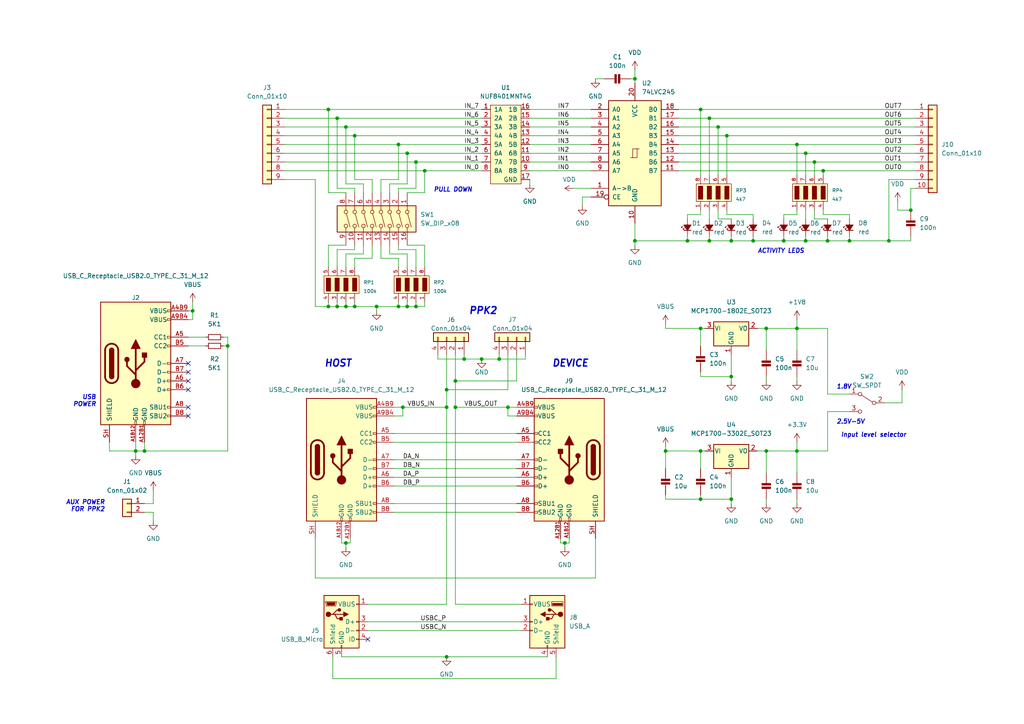
<source format=kicad_sch>
(kicad_sch (version 20211123) (generator eeschema)
  (paper "A4")
  (title_block (title "PPK2 Upgrade") (date "2023-02-03") (rev "2") (company "P.Z. www.hexefx.com"))
  (lib_symbols
    (symbol "+3.3V_1" (power) (pin_names (offset 0))
      (property "Value" "+3.3V_1" (at 0 3.556 0))
      (symbol "+3.3V_1_1_1"
        (pin power_in line (at 0 0 90) (length 0) hide (name "+3.3V") (number "1"))
      )
    )
    (symbol "74xx:74HC245" (pin_names (offset 1.016))
      (property "Reference" "U" (at -7.62 16.51 0))
      (property "Value" "74HC245" (at -7.62 -16.51 0))
      (symbol "74HC245_1_0"
        (pin input line (at -12.7 -10.16 0) (length 5.08) (name "A->B") (number "1"))
        (pin power_in line (at 0 -20.32 90) (length 5.08) (name "GND") (number "10"))
        (pin tri_state line (at 12.7 -5.08 180) (length 5.08) (name "B7") (number "11"))
        (pin tri_state line (at 12.7 -2.54 180) (length 5.08) (name "B6") (number "12"))
        (pin tri_state line (at 12.7 0 180) (length 5.08) (name "B5") (number "13"))
        (pin tri_state line (at 12.7 2.54 180) (length 5.08) (name "B4") (number "14"))
        (pin tri_state line (at 12.7 5.08 180) (length 5.08) (name "B3") (number "15"))
        (pin tri_state line (at 12.7 7.62 180) (length 5.08) (name "B2") (number "16"))
        (pin tri_state line (at 12.7 10.16 180) (length 5.08) (name "B1") (number "17"))
        (pin tri_state line (at 12.7 12.7 180) (length 5.08) (name "B0") (number "18"))
        (pin input inverted (at -12.7 -12.7 0) (length 5.08) (name "CE") (number "19"))
        (pin tri_state line (at -12.7 12.7 0) (length 5.08) (name "A0") (number "2"))
        (pin power_in line (at 0 20.32 270) (length 5.08) (name "VCC") (number "20"))
        (pin tri_state line (at -12.7 10.16 0) (length 5.08) (name "A1") (number "3"))
        (pin tri_state line (at -12.7 7.62 0) (length 5.08) (name "A2") (number "4"))
        (pin tri_state line (at -12.7 5.08 0) (length 5.08) (name "A3") (number "5"))
        (pin tri_state line (at -12.7 2.54 0) (length 5.08) (name "A4") (number "6"))
        (pin tri_state line (at -12.7 0 0) (length 5.08) (name "A5") (number "7"))
        (pin tri_state line (at -12.7 -2.54 0) (length 5.08) (name "A6") (number "8"))
        (pin tri_state line (at -12.7 -5.08 0) (length 5.08) (name "A7") (number "9"))
      )
    )
    (symbol "Connector:USB_A" (pin_names (offset 1.016))
      (property "Reference" "J" (at -5.08 11.43 0))
      (property "Value" "USB_A" (at -5.08 8.89 0))
      (symbol "USB_A_1_1"
        (pin power_in line (at 7.62 5.08 180) (length 2.54) (name "VBUS") (number "1"))
        (pin bidirectional line (at 7.62 -2.54 180) (length 2.54) (name "D-") (number "2"))
        (pin bidirectional line (at 7.62 0 180) (length 2.54) (name "D+") (number "3"))
        (pin power_in line (at 0 -10.16 90) (length 2.54) (name "GND") (number "4"))
        (pin passive line (at -2.54 -10.16 90) (length 2.54) (name "Shield") (number "5"))
      )
    )
    (symbol "Connector:USB_B_Micro" (pin_names (offset 1.016))
      (property "Reference" "J" (at -5.08 11.43 0))
      (property "Value" "USB_B_Micro" (at -5.08 8.89 0))
      (symbol "USB_B_Micro_1_1"
        (pin power_out line (at 7.62 5.08 180) (length 2.54) (name "VBUS") (number "1"))
        (pin bidirectional line (at 7.62 -2.54 180) (length 2.54) (name "D-") (number "2"))
        (pin bidirectional line (at 7.62 0 180) (length 2.54) (name "D+") (number "3"))
        (pin passive line (at 7.62 -5.08 180) (length 2.54) (name "ID") (number "4"))
        (pin power_out line (at 0 -10.16 90) (length 2.54) (name "GND") (number "5"))
        (pin passive line (at -2.54 -10.16 90) (length 2.54) (name "Shield") (number "6"))
      )
    )
    (symbol "Connector_Generic:Conn_01x02" (pin_names (offset 1.016) hide)
      (property "Reference" "J" (at 0 2.54 0))
      (property "Value" "Conn_01x02" (at 0 -5.08 0))
      (symbol "Conn_01x02_1_1"
        (pin passive line (at -5.08 0 0) (length 3.81) (name "Pin_1") (number "1"))
        (pin passive line (at -5.08 -2.54 0) (length 3.81) (name "Pin_2") (number "2"))
      )
    )
    (symbol "Connector_Generic:Conn_01x04" (pin_names (offset 1.016) hide)
      (property "Reference" "J" (at 0 5.08 0))
      (property "Value" "Conn_01x04" (at 0 -7.62 0))
      (symbol "Conn_01x04_1_1"
        (pin passive line (at -5.08 2.54 0) (length 3.81) (name "Pin_1") (number "1"))
        (pin passive line (at -5.08 0 0) (length 3.81) (name "Pin_2") (number "2"))
        (pin passive line (at -5.08 -2.54 0) (length 3.81) (name "Pin_3") (number "3"))
        (pin passive line (at -5.08 -5.08 0) (length 3.81) (name "Pin_4") (number "4"))
      )
    )
    (symbol "Connector_Generic:Conn_01x09" (pin_names (offset 1.016) hide)
      (property "Reference" "J" (at 0 12.7 0))
      (property "Value" "Conn_01x09" (at 0 -12.7 0))
      (symbol "Conn_01x09_1_1"
        (pin passive line (at -5.08 10.16 0) (length 3.81) (name "Pin_1") (number "1"))
        (pin passive line (at -5.08 7.62 0) (length 3.81) (name "Pin_2") (number "2"))
        (pin passive line (at -5.08 5.08 0) (length 3.81) (name "Pin_3") (number "3"))
        (pin passive line (at -5.08 2.54 0) (length 3.81) (name "Pin_4") (number "4"))
        (pin passive line (at -5.08 0 0) (length 3.81) (name "Pin_5") (number "5"))
        (pin passive line (at -5.08 -2.54 0) (length 3.81) (name "Pin_6") (number "6"))
        (pin passive line (at -5.08 -5.08 0) (length 3.81) (name "Pin_7") (number "7"))
        (pin passive line (at -5.08 -7.62 0) (length 3.81) (name "Pin_8") (number "8"))
        (pin passive line (at -5.08 -10.16 0) (length 3.81) (name "Pin_9") (number "9"))
      )
    )
    (symbol "Connector_Generic:Conn_01x10" (pin_names (offset 1.016) hide)
      (property "Reference" "J" (at 0 12.7 0))
      (property "Value" "Conn_01x10" (at 0 -15.24 0))
      (symbol "Conn_01x10_1_1"
        (pin passive line (at -5.08 10.16 0) (length 3.81) (name "Pin_1") (number "1"))
        (pin passive line (at -5.08 -12.7 0) (length 3.81) (name "Pin_10") (number "10"))
        (pin passive line (at -5.08 7.62 0) (length 3.81) (name "Pin_2") (number "2"))
        (pin passive line (at -5.08 5.08 0) (length 3.81) (name "Pin_3") (number "3"))
        (pin passive line (at -5.08 2.54 0) (length 3.81) (name "Pin_4") (number "4"))
        (pin passive line (at -5.08 0 0) (length 3.81) (name "Pin_5") (number "5"))
        (pin passive line (at -5.08 -2.54 0) (length 3.81) (name "Pin_6") (number "6"))
        (pin passive line (at -5.08 -5.08 0) (length 3.81) (name "Pin_7") (number "7"))
        (pin passive line (at -5.08 -7.62 0) (length 3.81) (name "Pin_8") (number "8"))
        (pin passive line (at -5.08 -10.16 0) (length 3.81) (name "Pin_9") (number "9"))
      )
    )
    (symbol "Device:LED_Small_Filled" (pin_numbers hide) (pin_names (offset 0.254) hide)
      (property "Reference" "D" (at -1.27 3.175 0))
      (property "Value" "LED_Small_Filled" (at -4.445 -2.54 0))
      (symbol "LED_Small_Filled_1_1"
        (pin passive line (at -2.54 0 0) (length 1.778) (name "K") (number "1"))
        (pin passive line (at 2.54 0 180) (length 1.778) (name "A") (number "2"))
      )
    )
    (symbol "Device:R_Small" (pin_numbers hide) (pin_names (offset 0.254) hide)
      (property "Reference" "R" (at 0.762 0.508 0))
      (property "Value" "R_Small" (at 0.762 -1.016 0))
      (symbol "R_Small_1_1"
        (pin passive line (at 0 2.54 270) (length 0.762) (name "~") (number "1"))
        (pin passive line (at 0 -2.54 90) (length 0.762) (name "~") (number "2"))
      )
    )
    (symbol "H_connectors:USB_C_Receptacle_USB2.0_TYPE_C_31_M_12" (pin_names (offset 1.016))
      (property "Reference" "J" (at -10.16 19.05 0))
      (property "Value" "USB_C_Receptacle_USB2.0_TYPE_C_31_M_12" (at 19.05 19.05 0))
      (property "LCSC" "C283540" (at 0 0 0))
      (symbol "USB_C_Receptacle_USB2.0_TYPE_C_31_M_12_1_1"
        (pin passive line (at 2.54 -22.86 90) (length 5.08) (name "GND") (number "A12B1"))
        (pin passive line (at 0 -22.86 90) (length 5.08) (name "GND") (number "A1B12"))
        (pin passive line (at 15.24 15.24 180) (length 5.08) (name "VBUS") (number "A4B9"))
        (pin bidirectional line (at 15.24 7.62 180) (length 5.08) (name "CC1") (number "A5"))
        (pin bidirectional line (at 15.24 -5.08 180) (length 5.08) (name "D+") (number "A6"))
        (pin bidirectional line (at 15.24 0 180) (length 5.08) (name "D-") (number "A7"))
        (pin bidirectional line (at 15.24 -12.7 180) (length 5.08) (name "SBU1") (number "A8"))
        (pin passive line (at 15.24 12.7 180) (length 5.08) (name "VBUS") (number "A9B4"))
        (pin bidirectional line (at 15.24 5.08 180) (length 5.08) (name "CC2") (number "B5"))
        (pin bidirectional line (at 15.24 -7.62 180) (length 5.08) (name "D+") (number "B6"))
        (pin bidirectional line (at 15.24 -2.54 180) (length 5.08) (name "D-") (number "B7"))
        (pin bidirectional line (at 15.24 -15.24 180) (length 5.08) (name "SBU2") (number "B8"))
        (pin passive line (at -7.62 -22.86 90) (length 5.08) (name "SHIELD") (number "SH"))
      )
    )
    (symbol "H_interface_esd:NUF8401MNT4G" (pin_names (offset 1.016))
      (property "Reference" "U" (at 1.27 1.27 0))
      (property "Value" "NUF8401MNT4G" (at 3.81 -24.13 0))
      (symbol "NUF8401MNT4G_1_1"
        (pin bidirectional line (at -2.54 -1.27 0) (length 2.54) (name "1A") (number "1"))
        (pin bidirectional line (at 11.43 -16.51 180) (length 2.54) (name "7B") (number "10"))
        (pin bidirectional line (at 11.43 -13.97 180) (length 2.54) (name "6B") (number "11"))
        (pin bidirectional line (at 11.43 -11.43 180) (length 2.54) (name "5B") (number "12"))
        (pin bidirectional line (at 11.43 -8.89 180) (length 2.54) (name "4B") (number "13"))
        (pin bidirectional line (at 11.43 -6.35 180) (length 2.54) (name "3B") (number "14"))
        (pin bidirectional line (at 11.43 -3.81 180) (length 2.54) (name "2B") (number "15"))
        (pin bidirectional line (at 11.43 -1.27 180) (length 2.54) (name "1B") (number "16"))
        (pin power_in line (at 11.43 -21.59 180) (length 2.54) (name "GND") (number "17"))
        (pin bidirectional line (at -2.54 -3.81 0) (length 2.54) (name "2A") (number "2"))
        (pin bidirectional line (at -2.54 -6.35 0) (length 2.54) (name "3A") (number "3"))
        (pin bidirectional line (at -2.54 -8.89 0) (length 2.54) (name "4A") (number "4"))
        (pin bidirectional line (at -2.54 -11.43 0) (length 2.54) (name "5A") (number "5"))
        (pin bidirectional line (at -2.54 -13.97 0) (length 2.54) (name "6A") (number "6"))
        (pin bidirectional line (at -2.54 -16.51 0) (length 2.54) (name "7A") (number "7"))
        (pin bidirectional line (at -2.54 -19.05 0) (length 2.54) (name "8A") (number "8"))
        (pin bidirectional line (at 11.43 -19.05 180) (length 2.54) (name "8B") (number "9"))
      )
    )
    (symbol "H_passives:CAP_NP" (pin_names (offset 1.016))
      (property "Reference" "C" (at -2.286 -0.0254 90))
      (property "Value" "CAP_NP" (at 2.286 -0.0254 90))
      (symbol "CAP_NP_1_0"
        (pin passive line (at 0 3.81 270) (length 2.54) (name "1") (number "1"))
        (pin passive line (at 0 -3.81 90) (length 2.54) (name "2") (number "2"))
      )
    )
    (symbol "H_passives:R_PACK4_SMD" (pin_names hide)
      (property "Reference" "RP" (at 0 11.43 0))
      (property "Value" "R_PACK4_SMD" (at 0 -1.27 0))
      (symbol "R_PACK4_SMD_1_1"
        (pin passive line (at -5.08 8.89 0) (length 2.54) (name "P1") (number "1"))
        (pin passive line (at -5.08 6.35 0) (length 2.54) (name "P2") (number "2"))
        (pin passive line (at -5.08 3.81 0) (length 2.54) (name "P3") (number "3"))
        (pin passive line (at -5.08 1.27 0) (length 2.54) (name "P4") (number "4"))
        (pin passive line (at 5.08 1.27 180) (length 2.54) (name "R4") (number "5"))
        (pin passive line (at 5.08 3.81 180) (length 2.54) (name "R3") (number "6"))
        (pin passive line (at 5.08 6.35 180) (length 2.54) (name "R2") (number "7"))
        (pin passive line (at 5.08 8.89 180) (length 2.54) (name "R1") (number "8"))
      )
    )
    (symbol "Regulator_Linear:MCP1700-1802E_SOT23" (pin_names (offset 0.254))
      (property "Reference" "U" (at -3.81 3.175 0))
      (property "Value" "MCP1700-1802E_SOT23" (at 0 3.175 0))
      (symbol "MCP1700-1802E_SOT23_1_1"
        (pin power_in line (at 0 -7.62 90) (length 2.54) (name "GND") (number "1"))
        (pin power_out line (at 7.62 0 180) (length 2.54) (name "VO") (number "2"))
        (pin power_in line (at -7.62 0 0) (length 2.54) (name "VI") (number "3"))
      )
    )
    (symbol "Regulator_Linear:MCP1700-3302E_SOT23" (pin_names (offset 0.254))
      (property "Reference" "U" (at -3.81 3.175 0))
      (property "Value" "MCP1700-3302E_SOT23" (at 0 3.175 0))
      (symbol "MCP1700-3302E_SOT23_1_1"
        (pin power_in line (at 0 -7.62 90) (length 2.54) (name "GND") (number "1"))
        (pin power_out line (at 7.62 0 180) (length 2.54) (name "VO") (number "2"))
        (pin power_in line (at -7.62 0 0) (length 2.54) (name "VI") (number "3"))
      )
    )
    (symbol "Switch:SW_DIP_x08" (pin_names (offset 0) hide)
      (property "Reference" "SW" (at 0 13.97 0))
      (property "Value" "SW_DIP_x08" (at 0 -11.43 0))
      (symbol "SW_DIP_x08_1_1"
        (pin passive line (at -7.62 10.16 0) (length 5.08) (name "~") (number "1"))
        (pin passive line (at 7.62 -5.08 180) (length 5.08) (name "~") (number "10"))
        (pin passive line (at 7.62 -2.54 180) (length 5.08) (name "~") (number "11"))
        (pin passive line (at 7.62 0 180) (length 5.08) (name "~") (number "12"))
        (pin passive line (at 7.62 2.54 180) (length 5.08) (name "~") (number "13"))
        (pin passive line (at 7.62 5.08 180) (length 5.08) (name "~") (number "14"))
        (pin passive line (at 7.62 7.62 180) (length 5.08) (name "~") (number "15"))
        (pin passive line (at 7.62 10.16 180) (length 5.08) (name "~") (number "16"))
        (pin passive line (at -7.62 7.62 0) (length 5.08) (name "~") (number "2"))
        (pin passive line (at -7.62 5.08 0) (length 5.08) (name "~") (number "3"))
        (pin passive line (at -7.62 2.54 0) (length 5.08) (name "~") (number "4"))
        (pin passive line (at -7.62 0 0) (length 5.08) (name "~") (number "5"))
        (pin passive line (at -7.62 -2.54 0) (length 5.08) (name "~") (number "6"))
        (pin passive line (at -7.62 -5.08 0) (length 5.08) (name "~") (number "7"))
        (pin passive line (at -7.62 -7.62 0) (length 5.08) (name "~") (number "8"))
        (pin passive line (at 7.62 -7.62 180) (length 5.08) (name "~") (number "9"))
      )
    )
    (symbol "Switch:SW_SPDT" (pin_names (offset 0) hide)
      (property "Reference" "SW" (at 0 4.318 0))
      (property "Value" "SW_SPDT" (at 0 -5.08 0))
      (symbol "SW_SPDT_1_1"
        (pin passive line (at 5.08 2.54 180) (length 2.54) (name "A") (number "1"))
        (pin passive line (at -5.08 0 0) (length 2.54) (name "B") (number "2"))
        (pin passive line (at 5.08 -2.54 180) (length 2.54) (name "C") (number "3"))
      )
    )
    (symbol "power:+1V8" (power) (pin_names (offset 0))
      (property "Value" "+1V8" (at 0 3.556 0))
      (symbol "+1V8_1_1"
        (pin power_in line (at 0 0 90) (length 0) hide (name "+1V8") (number "1"))
      )
    )
    (symbol "power:GND" (power) (pin_names (offset 0))
      (property "Value" "GND" (at 0 -3.81 0))
      (symbol "GND_1_1"
        (pin power_in line (at 0 0 270) (length 0) hide (name "GND") (number "1"))
      )
    )
    (symbol "power:VBUS" (power) (pin_names (offset 0))
      (property "Value" "VBUS" (at 0 3.81 0))
      (symbol "VBUS_1_1"
        (pin power_in line (at 0 0 90) (length 0) hide (name "VBUS") (number "1"))
      )
    )
    (symbol "power:VDD" (power) (pin_names (offset 0))
      (property "Value" "VDD" (at 0 3.81 0))
      (symbol "VDD_1_1"
        (pin power_in line (at 0 0 90) (length 0) hide (name "VDD") (number "1"))
      )
    )
  )
  (junction (at 139.7 104.14))
  (junction (at 231.14 95.25))
  (junction (at 184.15 22.86))
  (junction (at 199.39 69.85))
  (junction (at 132.08 118.11))
  (junction (at 212.09 144.78))
  (junction (at 231.14 41.91))
  (junction (at 210.82 39.37))
  (junction (at 129.54 113.03))
  (junction (at 39.37 130.81))
  (junction (at 129.54 190.5))
  (junction (at 163.83 157.48))
  (junction (at 218.44 69.85))
  (junction (at 97.79 88.9))
  (junction (at 203.2 95.25))
  (junction (at 66.04 100.33))
  (junction (at 212.09 69.85))
  (junction (at 41.91 130.81))
  (junction (at 102.87 88.9))
  (junction (at 144.78 104.14))
  (junction (at 55.88 90.17))
  (junction (at 100.33 36.83))
  (junction (at 203.2 130.81))
  (junction (at 193.04 130.81))
  (junction (at 222.25 130.81))
  (junction (at 116.84 118.11))
  (junction (at 184.15 69.85))
  (junction (at 132.08 110.49))
  (junction (at 100.33 157.48))
  (junction (at 233.68 69.85))
  (junction (at 97.79 34.29))
  (junction (at 147.32 118.11))
  (junction (at 118.11 88.9))
  (junction (at 238.76 49.53))
  (junction (at 236.22 46.99))
  (junction (at 240.03 69.85))
  (junction (at 203.2 31.75))
  (junction (at 95.25 31.75))
  (junction (at 120.65 46.99))
  (junction (at 115.57 41.91))
  (junction (at 227.33 69.85))
  (junction (at 102.87 39.37))
  (junction (at 118.11 44.45))
  (junction (at 246.38 69.85))
  (junction (at 95.25 88.9))
  (junction (at 203.2 144.78))
  (junction (at 264.16 60.96))
  (junction (at 129.54 118.11))
  (junction (at 134.62 104.14))
  (junction (at 233.68 44.45))
  (junction (at 222.25 95.25))
  (junction (at 205.74 34.29))
  (junction (at 109.22 88.9))
  (junction (at 231.14 130.81))
  (junction (at 205.74 69.85))
  (junction (at 208.28 36.83))
  (junction (at 115.57 88.9))
  (junction (at 120.65 88.9))
  (junction (at 257.81 69.85))
  (junction (at 100.33 88.9))
  (junction (at 212.09 109.22))
  (junction (at 123.19 49.53))
  (no_connect (at 54.61 118.11))
  (no_connect (at 106.68 185.42))
  (no_connect (at 54.61 113.03))
  (no_connect (at 54.61 120.65))
  (no_connect (at 54.61 105.41))
  (no_connect (at 54.61 110.49))
  (no_connect (at 54.61 107.95))
  (wire (pts (xy 222.25 130.81) (xy 222.25 137.16)))
  (wire (pts (xy 236.22 46.99) (xy 265.43 46.99)))
  (wire (pts (xy 44.45 142.24) (xy 44.45 146.05)))
  (wire (pts (xy 82.55 31.75) (xy 95.25 31.75)))
  (wire (pts (xy 222.25 144.78) (xy 222.25 146.05)))
  (wire (pts (xy 212.09 144.78) (xy 212.09 146.05)))
  (wire (pts (xy 203.2 107.95) (xy 203.2 109.22)))
  (wire (pts (xy 115.57 52.07) (xy 110.49 52.07)))
  (wire (pts (xy 149.86 110.49) (xy 149.86 102.87)))
  (wire (pts (xy 44.45 146.05) (xy 41.91 146.05)))
  (wire (pts (xy 193.04 130.81) (xy 203.2 130.81)))
  (wire (pts (xy 231.14 109.22) (xy 231.14 110.49)))
  (wire (pts (xy 129.54 113.03) (xy 147.32 113.03)))
  (wire (pts (xy 120.65 72.39) (xy 115.57 72.39)))
  (wire (pts (xy 203.2 95.25) (xy 204.47 95.25)))
  (wire (pts (xy 172.72 22.86) (xy 175.26 22.86)))
  (wire (pts (xy 102.87 54.61) (xy 97.79 54.61)))
  (wire (pts (xy 240.03 114.3) (xy 240.03 95.25)))
  (wire (pts (xy 182.88 22.86) (xy 184.15 22.86)))
  (wire (pts (xy 97.79 34.29) (xy 139.7 34.29)))
  (wire (pts (xy 82.55 36.83) (xy 100.33 36.83)))
  (wire (pts (xy 129.54 118.11) (xy 129.54 113.03)))
  (wire (pts (xy 102.87 71.12) (xy 102.87 72.39)))
  (wire (pts (xy 54.61 97.79) (xy 59.69 97.79)))
  (wire (pts (xy 95.25 88.9) (xy 91.44 88.9)))
  (wire (pts (xy 240.03 95.25) (xy 231.14 95.25)))
  (wire (pts (xy 205.74 69.85) (xy 199.39 69.85)))
  (wire (pts (xy 233.68 68.58) (xy 233.68 69.85)))
  (wire (pts (xy 118.11 44.45) (xy 139.7 44.45)))
  (wire (pts (xy 227.33 68.58) (xy 227.33 69.85)))
  (wire (pts (xy 109.22 88.9) (xy 115.57 88.9)))
  (wire (pts (xy 193.04 135.89) (xy 193.04 130.81)))
  (wire (pts (xy 172.72 167.64) (xy 91.44 167.64)))
  (wire (pts (xy 238.76 49.53) (xy 238.76 50.8)))
  (wire (pts (xy 203.2 109.22) (xy 212.09 109.22)))
  (wire (pts (xy 102.87 39.37) (xy 102.87 52.07)))
  (wire (pts (xy 134.62 102.87) (xy 134.62 104.14)))
  (wire (pts (xy 55.88 92.71) (xy 54.61 92.71)))
  (wire (pts (xy 64.77 100.33) (xy 66.04 100.33)))
  (wire (pts (xy 102.87 55.88) (xy 102.87 54.61)))
  (wire (pts (xy 149.86 118.11) (xy 147.32 118.11)))
  (wire (pts (xy 100.33 157.48) (xy 100.33 158.75)))
  (wire (pts (xy 231.14 41.91) (xy 231.14 50.8)))
  (wire (pts (xy 233.68 44.45) (xy 233.68 50.8)))
  (wire (pts (xy 196.85 36.83) (xy 208.28 36.83)))
  (wire (pts (xy 116.84 118.11) (xy 116.84 120.65)))
  (wire (pts (xy 231.14 144.78) (xy 231.14 146.05)))
  (wire (pts (xy 231.14 92.71) (xy 231.14 95.25)))
  (wire (pts (xy 218.44 68.58) (xy 218.44 69.85)))
  (wire (pts (xy 95.25 88.9) (xy 97.79 88.9)))
  (wire (pts (xy 95.25 31.75) (xy 95.25 55.88)))
  (wire (pts (xy 193.04 129.54) (xy 193.04 130.81)))
  (wire (pts (xy 152.4 104.14) (xy 152.4 102.87)))
  (wire (pts (xy 82.55 49.53) (xy 123.19 49.53)))
  (wire (pts (xy 203.2 135.89) (xy 203.2 130.81)))
  (wire (pts (xy 107.95 74.93) (xy 107.95 71.12)))
  (wire (pts (xy 115.57 72.39) (xy 115.57 71.12)))
  (wire (pts (xy 231.14 130.81) (xy 240.03 130.81)))
  (wire (pts (xy 196.85 46.99) (xy 236.22 46.99)))
  (wire (pts (xy 163.83 157.48) (xy 163.83 158.75)))
  (wire (pts (xy 240.03 68.58) (xy 240.03 69.85)))
  (wire (pts (xy 114.3 135.89) (xy 149.86 135.89)))
  (wire (pts (xy 196.85 49.53) (xy 238.76 49.53)))
  (wire (pts (xy 222.25 95.25) (xy 222.25 101.6)))
  (wire (pts (xy 134.62 104.14) (xy 127 104.14)))
  (wire (pts (xy 240.03 69.85) (xy 233.68 69.85)))
  (wire (pts (xy 153.67 44.45) (xy 171.45 44.45)))
  (wire (pts (xy 227.33 69.85) (xy 218.44 69.85)))
  (wire (pts (xy 260.35 60.96) (xy 260.35 58.42)))
  (wire (pts (xy 100.33 87.63) (xy 100.33 88.9)))
  (wire (pts (xy 106.68 180.34) (xy 151.13 180.34)))
  (wire (pts (xy 118.11 87.63) (xy 118.11 88.9)))
  (wire (pts (xy 257.81 69.85) (xy 257.81 52.07)))
  (wire (pts (xy 114.3 120.65) (xy 116.84 120.65)))
  (wire (pts (xy 153.67 31.75) (xy 171.45 31.75)))
  (wire (pts (xy 219.71 95.25) (xy 222.25 95.25)))
  (wire (pts (xy 208.28 63.5) (xy 208.28 60.96)))
  (wire (pts (xy 97.79 88.9) (xy 100.33 88.9)))
  (wire (pts (xy 123.19 49.53) (xy 139.7 49.53)))
  (wire (pts (xy 246.38 69.85) (xy 257.81 69.85)))
  (wire (pts (xy 233.68 63.5) (xy 233.68 60.96)))
  (wire (pts (xy 107.95 55.88) (xy 107.95 52.07)))
  (wire (pts (xy 212.09 109.22) (xy 212.09 102.87)))
  (wire (pts (xy 91.44 167.64) (xy 91.44 156.21)))
  (wire (pts (xy 114.3 140.97) (xy 149.86 140.97)))
  (wire (pts (xy 105.41 53.34) (xy 100.33 53.34)))
  (wire (pts (xy 115.57 88.9) (xy 118.11 88.9)))
  (wire (pts (xy 196.85 34.29) (xy 205.74 34.29)))
  (wire (pts (xy 231.14 60.96) (xy 231.14 62.23)))
  (wire (pts (xy 193.04 95.25) (xy 203.2 95.25)))
  (wire (pts (xy 39.37 130.81) (xy 39.37 132.08)))
  (wire (pts (xy 100.33 73.66) (xy 100.33 77.47)))
  (wire (pts (xy 199.39 68.58) (xy 199.39 69.85)))
  (wire (pts (xy 203.2 60.96) (xy 203.2 62.23)))
  (wire (pts (xy 222.25 130.81) (xy 231.14 130.81)))
  (wire (pts (xy 210.82 60.96) (xy 210.82 62.23)))
  (wire (pts (xy 123.19 71.12) (xy 123.19 77.47)))
  (wire (pts (xy 101.6 156.21) (xy 101.6 157.48)))
  (wire (pts (xy 246.38 63.5) (xy 246.38 62.23)))
  (wire (pts (xy 203.2 144.78) (xy 193.04 144.78)))
  (wire (pts (xy 66.04 100.33) (xy 66.04 130.81)))
  (wire (pts (xy 203.2 144.78) (xy 212.09 144.78)))
  (wire (pts (xy 97.79 72.39) (xy 97.79 77.47)))
  (wire (pts (xy 219.71 130.81) (xy 222.25 130.81)))
  (wire (pts (xy 147.32 118.11) (xy 132.08 118.11)))
  (wire (pts (xy 212.09 68.58) (xy 212.09 69.85)))
  (wire (pts (xy 120.65 46.99) (xy 120.65 54.61)))
  (wire (pts (xy 203.2 143.51) (xy 203.2 144.78)))
  (wire (pts (xy 105.41 73.66) (xy 100.33 73.66)))
  (wire (pts (xy 203.2 130.81) (xy 204.47 130.81)))
  (wire (pts (xy 203.2 62.23) (xy 199.39 62.23)))
  (wire (pts (xy 97.79 34.29) (xy 97.79 54.61)))
  (wire (pts (xy 144.78 104.14) (xy 152.4 104.14)))
  (wire (pts (xy 246.38 114.3) (xy 240.03 114.3)))
  (wire (pts (xy 196.85 39.37) (xy 210.82 39.37)))
  (wire (pts (xy 240.03 119.38) (xy 246.38 119.38)))
  (wire (pts (xy 118.11 71.12) (xy 123.19 71.12)))
  (wire (pts (xy 31.75 130.81) (xy 39.37 130.81)))
  (wire (pts (xy 99.06 156.21) (xy 99.06 157.48)))
  (wire (pts (xy 205.74 34.29) (xy 205.74 50.8)))
  (wire (pts (xy 100.33 71.12) (xy 95.25 71.12)))
  (wire (pts (xy 44.45 148.59) (xy 41.91 148.59)))
  (wire (pts (xy 236.22 46.99) (xy 236.22 50.8)))
  (wire (pts (xy 129.54 175.26) (xy 129.54 118.11)))
  (wire (pts (xy 184.15 22.86) (xy 184.15 24.13)))
  (wire (pts (xy 132.08 118.11) (xy 132.08 110.49)))
  (wire (pts (xy 115.57 54.61) (xy 120.65 54.61)))
  (wire (pts (xy 193.04 93.98) (xy 193.04 95.25)))
  (wire (pts (xy 240.03 130.81) (xy 240.03 119.38)))
  (wire (pts (xy 102.87 39.37) (xy 139.7 39.37)))
  (wire (pts (xy 96.52 196.85) (xy 96.52 190.5)))
  (wire (pts (xy 100.33 88.9) (xy 102.87 88.9)))
  (wire (pts (xy 134.62 104.14) (xy 139.7 104.14)))
  (wire (pts (xy 82.55 52.07) (xy 91.44 52.07)))
  (wire (pts (xy 115.57 77.47) (xy 115.57 74.93)))
  (wire (pts (xy 114.3 118.11) (xy 116.84 118.11)))
  (wire (pts (xy 163.83 157.48) (xy 162.56 157.48)))
  (wire (pts (xy 44.45 151.13) (xy 44.45 148.59)))
  (wire (pts (xy 114.3 146.05) (xy 149.86 146.05)))
  (wire (pts (xy 256.54 116.84) (xy 261.62 116.84)))
  (wire (pts (xy 54.61 90.17) (xy 55.88 90.17)))
  (wire (pts (xy 205.74 63.5) (xy 205.74 60.96)))
  (wire (pts (xy 82.55 41.91) (xy 115.57 41.91)))
  (wire (pts (xy 107.95 52.07) (xy 102.87 52.07)))
  (wire (pts (xy 95.25 87.63) (xy 95.25 88.9)))
  (wire (pts (xy 208.28 36.83) (xy 208.28 50.8)))
  (wire (pts (xy 100.33 36.83) (xy 139.7 36.83)))
  (wire (pts (xy 41.91 130.81) (xy 66.04 130.81)))
  (wire (pts (xy 166.37 54.61) (xy 171.45 54.61)))
  (wire (pts (xy 233.68 44.45) (xy 265.43 44.45)))
  (wire (pts (xy 264.16 69.85) (xy 264.16 68.58)))
  (wire (pts (xy 129.54 190.5) (xy 158.75 190.5)))
  (wire (pts (xy 218.44 62.23) (xy 210.82 62.23)))
  (wire (pts (xy 114.3 128.27) (xy 149.86 128.27)))
  (wire (pts (xy 233.68 69.85) (xy 227.33 69.85)))
  (wire (pts (xy 168.91 57.15) (xy 168.91 59.69)))
  (wire (pts (xy 102.87 87.63) (xy 102.87 88.9)))
  (wire (pts (xy 264.16 54.61) (xy 264.16 60.96)))
  (wire (pts (xy 113.03 73.66) (xy 113.03 71.12)))
  (wire (pts (xy 172.72 156.21) (xy 172.72 167.64)))
  (wire (pts (xy 115.57 55.88) (xy 115.57 54.61)))
  (wire (pts (xy 203.2 31.75) (xy 265.43 31.75)))
  (wire (pts (xy 199.39 62.23) (xy 199.39 63.5)))
  (wire (pts (xy 91.44 88.9) (xy 91.44 52.07)))
  (wire (pts (xy 102.87 77.47) (xy 102.87 74.93)))
  (wire (pts (xy 246.38 62.23) (xy 238.76 62.23)))
  (wire (pts (xy 39.37 130.81) (xy 39.37 128.27)))
  (wire (pts (xy 123.19 49.53) (xy 123.19 55.88)))
  (wire (pts (xy 196.85 44.45) (xy 233.68 44.45)))
  (wire (pts (xy 115.57 87.63) (xy 115.57 88.9)))
  (wire (pts (xy 165.1 157.48) (xy 163.83 157.48)))
  (wire (pts (xy 118.11 88.9) (xy 120.65 88.9)))
  (wire (pts (xy 113.03 55.88) (xy 113.03 53.34)))
  (wire (pts (xy 184.15 20.32) (xy 184.15 22.86)))
  (wire (pts (xy 171.45 57.15) (xy 168.91 57.15)))
  (wire (pts (xy 99.06 157.48) (xy 100.33 157.48)))
  (wire (pts (xy 260.35 60.96) (xy 264.16 60.96)))
  (wire (pts (xy 210.82 39.37) (xy 265.43 39.37)))
  (wire (pts (xy 109.22 88.9) (xy 109.22 90.17)))
  (wire (pts (xy 184.15 69.85) (xy 184.15 71.12)))
  (wire (pts (xy 99.06 190.5) (xy 129.54 190.5)))
  (wire (pts (xy 205.74 68.58) (xy 205.74 69.85)))
  (wire (pts (xy 100.33 36.83) (xy 100.33 53.34)))
  (wire (pts (xy 203.2 31.75) (xy 203.2 50.8)))
  (wire (pts (xy 231.14 137.16) (xy 231.14 130.81)))
  (wire (pts (xy 129.54 113.03) (xy 129.54 102.87)))
  (wire (pts (xy 196.85 31.75) (xy 203.2 31.75)))
  (wire (pts (xy 100.33 157.48) (xy 101.6 157.48)))
  (wire (pts (xy 153.67 49.53) (xy 171.45 49.53)))
  (wire (pts (xy 120.65 46.99) (xy 139.7 46.99)))
  (wire (pts (xy 110.49 74.93) (xy 110.49 71.12)))
  (wire (pts (xy 54.61 100.33) (xy 59.69 100.33)))
  (wire (pts (xy 153.67 52.07) (xy 153.67 53.34)))
  (wire (pts (xy 102.87 72.39) (xy 97.79 72.39)))
  (wire (pts (xy 231.14 62.23) (xy 227.33 62.23)))
  (wire (pts (xy 153.67 41.91) (xy 171.45 41.91)))
  (wire (pts (xy 227.33 62.23) (xy 227.33 63.5)))
  (wire (pts (xy 193.04 144.78) (xy 193.04 143.51)))
  (wire (pts (xy 118.11 73.66) (xy 113.03 73.66)))
  (wire (pts (xy 55.88 90.17) (xy 55.88 92.71)))
  (wire (pts (xy 105.41 71.12) (xy 105.41 73.66)))
  (wire (pts (xy 161.29 190.5) (xy 161.29 196.85)))
  (wire (pts (xy 120.65 77.47) (xy 120.65 72.39)))
  (wire (pts (xy 102.87 74.93) (xy 107.95 74.93)))
  (wire (pts (xy 66.04 97.79) (xy 64.77 97.79)))
  (wire (pts (xy 102.87 88.9) (xy 109.22 88.9)))
  (wire (pts (xy 120.65 88.9) (xy 123.19 88.9)))
  (wire (pts (xy 257.81 52.07) (xy 265.43 52.07)))
  (wire (pts (xy 120.65 87.63) (xy 120.65 88.9)))
  (wire (pts (xy 203.2 100.33) (xy 203.2 95.25)))
  (wire (pts (xy 199.39 69.85) (xy 184.15 69.85)))
  (wire (pts (xy 110.49 52.07) (xy 110.49 55.88)))
  (wire (pts (xy 106.68 182.88) (xy 151.13 182.88)))
  (wire (pts (xy 231.14 41.91) (xy 265.43 41.91)))
  (wire (pts (xy 222.25 109.22) (xy 222.25 110.49)))
  (wire (pts (xy 55.88 87.63) (xy 55.88 90.17)))
  (wire (pts (xy 114.3 133.35) (xy 149.86 133.35)))
  (wire (pts (xy 39.37 130.81) (xy 41.91 130.81)))
  (wire (pts (xy 106.68 175.26) (xy 129.54 175.26)))
  (wire (pts (xy 82.55 39.37) (xy 102.87 39.37)))
  (wire (pts (xy 123.19 87.63) (xy 123.19 88.9)))
  (wire (pts (xy 115.57 41.91) (xy 139.7 41.91)))
  (wire (pts (xy 132.08 110.49) (xy 149.86 110.49)))
  (wire (pts (xy 257.81 69.85) (xy 264.16 69.85)))
  (wire (pts (xy 147.32 118.11) (xy 147.32 120.65)))
  (wire (pts (xy 218.44 69.85) (xy 212.09 69.85)))
  (wire (pts (xy 208.28 36.83) (xy 265.43 36.83)))
  (wire (pts (xy 161.29 196.85) (xy 96.52 196.85)))
  (wire (pts (xy 66.04 100.33) (xy 66.04 97.79)))
  (wire (pts (xy 196.85 41.91) (xy 231.14 41.91)))
  (wire (pts (xy 238.76 60.96) (xy 238.76 62.23)))
  (wire (pts (xy 97.79 87.63) (xy 97.79 88.9)))
  (wire (pts (xy 118.11 77.47) (xy 118.11 73.66)))
  (wire (pts (xy 95.25 71.12) (xy 95.25 77.47)))
  (wire (pts (xy 115.57 41.91) (xy 115.57 52.07)))
  (wire (pts (xy 114.3 125.73) (xy 149.86 125.73)))
  (wire (pts (xy 82.55 46.99) (xy 120.65 46.99)))
  (wire (pts (xy 132.08 175.26) (xy 151.13 175.26)))
  (wire (pts (xy 238.76 49.53) (xy 265.43 49.53)))
  (wire (pts (xy 236.22 63.5) (xy 236.22 60.96)))
  (wire (pts (xy 127 104.14) (xy 127 102.87)))
  (wire (pts (xy 153.67 36.83) (xy 171.45 36.83)))
  (wire (pts (xy 115.57 74.93) (xy 110.49 74.93)))
  (wire (pts (xy 222.25 95.25) (xy 231.14 95.25)))
  (wire (pts (xy 132.08 175.26) (xy 132.08 118.11)))
  (wire (pts (xy 95.25 31.75) (xy 139.7 31.75)))
  (wire (pts (xy 231.14 128.27) (xy 231.14 130.81)))
  (wire (pts (xy 153.67 39.37) (xy 171.45 39.37)))
  (wire (pts (xy 41.91 130.81) (xy 41.91 128.27)))
  (wire (pts (xy 184.15 64.77) (xy 184.15 69.85)))
  (wire (pts (xy 210.82 39.37) (xy 210.82 50.8)))
  (wire (pts (xy 100.33 55.88) (xy 95.25 55.88)))
  (wire (pts (xy 265.43 54.61) (xy 264.16 54.61)))
  (wire (pts (xy 144.78 102.87) (xy 144.78 104.14)))
  (wire (pts (xy 105.41 55.88) (xy 105.41 53.34)))
  (wire (pts (xy 118.11 44.45) (xy 118.11 53.34)))
  (wire (pts (xy 147.32 120.65) (xy 149.86 120.65)))
  (wire (pts (xy 165.1 156.21) (xy 165.1 157.48)))
  (wire (pts (xy 116.84 118.11) (xy 129.54 118.11)))
  (wire (pts (xy 139.7 104.14) (xy 144.78 104.14)))
  (wire (pts (xy 118.11 55.88) (xy 123.19 55.88)))
  (wire (pts (xy 205.74 34.29) (xy 265.43 34.29)))
  (wire (pts (xy 114.3 138.43) (xy 149.86 138.43)))
  (wire (pts (xy 212.09 69.85) (xy 205.74 69.85)))
  (wire (pts (xy 82.55 44.45) (xy 118.11 44.45)))
  (wire (pts (xy 212.09 63.5) (xy 208.28 63.5)))
  (wire (pts (xy 246.38 69.85) (xy 240.03 69.85)))
  (wire (pts (xy 114.3 148.59) (xy 149.86 148.59)))
  (wire (pts (xy 31.75 130.81) (xy 31.75 128.27)))
  (wire (pts (xy 212.09 144.78) (xy 212.09 138.43)))
  (wire (pts (xy 153.67 46.99) (xy 171.45 46.99)))
  (wire (pts (xy 153.67 34.29) (xy 171.45 34.29)))
  (wire (pts (xy 82.55 34.29) (xy 97.79 34.29)))
  (wire (pts (xy 113.03 53.34) (xy 118.11 53.34)))
  (wire (pts (xy 218.44 63.5) (xy 218.44 62.23)))
  (wire (pts (xy 147.32 113.03) (xy 147.32 102.87)))
  (wire (pts (xy 132.08 110.49) (xy 132.08 102.87)))
  (wire (pts (xy 261.62 113.03) (xy 261.62 116.84)))
  (wire (pts (xy 240.03 63.5) (xy 236.22 63.5)))
  (wire (pts (xy 212.09 109.22) (xy 212.09 110.49)))
  (wire (pts (xy 162.56 156.21) (xy 162.56 157.48)))
  (wire (pts (xy 231.14 101.6) (xy 231.14 95.25)))
  (wire (pts (xy 246.38 68.58) (xy 246.38 69.85)))
  (text "PPK2" (at 135.89 91.44 0) (effects (font (size 2 2) (thickness 0.4) bold italic) (justify left bottom)))
  (text "USB\nPOWER" (at 27.94 118.11 180) (effects (font (size 1.27 1.27) (thickness 0.254) bold italic) (justify right bottom)))
  (text "AUX POWER\nFOR PPK2" (at 30.48 148.59 180) (effects (font (size 1.27 1.27) (thickness 0.254) bold italic) (justify right bottom)))
  (text "2.5V-5V" (at 242.57 123.19 0) (effects (font (size 1.27 1.27) (thickness 0.254) bold italic) (justify left bottom)))
  (text "HOST" (at 93.98 106.68 0) (effects (font (size 2 2) (thickness 0.4) bold italic) (justify left bottom)))
  (text "PULL DOWN" (at 125.73 55.88 0) (effects (font (size 1.27 1.27) (thickness 0.254) bold italic) (justify left bottom)))
  (text "1.8V" (at 242.57 113.03 0) (effects (font (size 1.27 1.27) (thickness 0.254) bold italic) (justify left bottom)))
  (text "DEVICE" (at 160.02 106.68 0) (effects (font (size 2 2) (thickness 0.4) bold italic) (justify left bottom)))
  (text "Input level selector" (at 243.84 127 0) (effects (font (size 1.27 1.27) (thickness 0.254) bold italic) (justify left bottom)))
  (text "ACTIVITY LEDS" (at 219.71 73.66 0) (effects (font (size 1.27 1.27) (thickness 0.254) bold italic) (justify left bottom)))
  (label "OUT7" (at 256.54 31.75 0))
  (label "IN_7" (at 134.62 31.75 0))
  (label "IN0" (at 165.1 49.53 180))
  (label "IN_3" (at 134.62 41.91 0))
  (label "OUT3" (at 256.54 41.91 0))
  (label "IN_5" (at 134.62 36.83 0))
  (label "DA_N" (at 116.84 133.35 0))
  (label "OUT5" (at 256.54 36.83 0))
  (label "IN_2" (at 134.62 44.45 0))
  (label "IN2" (at 165.1 44.45 180))
  (label "IN3" (at 165.1 41.91 180))
  (label "IN_0" (at 134.62 49.53 0))
  (label "IN7" (at 165.1 31.75 180))
  (label "IN1" (at 165.1 46.99 180))
  (label "VBUS_IN" (at 118.11 118.11 0))
  (label "DA_P" (at 116.84 138.43 0))
  (label "OUT6" (at 256.54 34.29 0))
  (label "IN_6" (at 134.62 34.29 0))
  (label "DB_P" (at 116.84 140.97 0))
  (label "IN6" (at 165.1 34.29 180))
  (label "DB_N" (at 116.84 135.89 0))
  (label "OUT0" (at 256.54 49.53 0))
  (label "OUT4" (at 256.54 39.37 0))
  (label "IN4" (at 165.1 39.37 180))
  (label "OUT2" (at 256.54 44.45 0))
  (label "VBUS_OUT" (at 134.62 118.11 0))
  (label "USBC_P" (at 121.92 180.34 0))
  (label "IN5" (at 165.1 36.83 180))
  (label "IN_1" (at 134.62 46.99 0))
  (label "IN_4" (at 134.62 39.37 0))
  (label "OUT1" (at 256.54 46.99 0))
  (label "USBC_N" (at 121.92 182.88 0))
  (symbol (lib_id "power:GND") (at 168.91 59.69 0) (unit 1)
    (property "Reference" "#PWR012" (effects hide))
    (property "Value" "GND" (at 168.91 64.77 0))
  )
  (symbol (lib_id "Switch:SW_DIP_x08") (at 107.95 63.5 270) (unit 1)
    (property "Reference" "SW1" (at 121.92 62.2299 90) (effects (justify left)))
    (property "Value" "SW_DIP_x08" (at 121.92 64.7699 90) (effects (justify left)))
    (property "Footprint" "Button_Switch_THT:SW_DIP_SPSTx08_Slide_9.78x22.5mm_W7.62mm_P2.54mm" (effects hide))
  )
  (symbol (lib_id "power:GND") (at 139.7 104.14 0) (unit 1)
    (property "Reference" "#PWR08" (effects hide))
    (property "Value" "GND" (at 139.7 107.95 0))
  )
  (symbol (lib_id "H_passives:CAP_NP") (at 203.2 104.14 180) (unit 1)
    (property "Reference" "C3" (at 205.74 102.8699 0) (effects (justify right)))
    (property "Value" "100n" (at 205.74 105.4099 0) (effects (justify right)))
    (property "Footprint" "H_smd_passives:Hx_C_0603_1608Metric" (effects hide))
  )
  (symbol (lib_id "power:GND") (at 231.14 146.05 0) (unit 1)
    (property "Reference" "#PWR025" (effects hide))
    (property "Value" "GND" (at 231.14 151.13 0))
  )
  (symbol (lib_id "Device:LED_Small_Filled") (at 233.68 66.04 90) (unit 1)
    (property "Reference" "D6" (at 234.95 64.77 90) (effects (justify right)))
    (property "Value" "red" (at 234.95 67.31 90) (effects (justify right)))
    (property "Footprint" "LED_SMD:LED_0603_1608Metric" (effects hide))
  )
  (symbol (lib_id "power:VDD") (at 184.15 20.32 0) (unit 1)
    (property "Reference" "#PWR014" (effects hide))
    (property "Value" "VDD" (at 184.15 15.24 0))
  )
  (symbol (lib_id "Connector_Generic:Conn_01x04") (at 149.86 97.79 270) (mirror x) (unit 1)
    (property "Reference" "J7" (at 148.59 92.71 90))
    (property "Value" "Conn_01x04" (at 148.59 95.25 90))
    (property "Footprint" "Connector_PinHeader_2.54mm:PinHeader_1x04_P2.54mm_Vertical" (effects hide))
  )
  (symbol (lib_id "power:GND") (at 222.25 110.49 0) (unit 1)
    (property "Reference" "#PWR020" (effects hide))
    (property "Value" "GND" (at 222.25 115.57 0))
  )
  (symbol (lib_id "Device:LED_Small_Filled") (at 205.74 66.04 90) (unit 1)
    (property "Reference" "D2" (at 207.01 64.77 90) (effects (justify right)))
    (property "Value" "red" (at 207.01 67.31 90) (effects (justify right)))
    (property "Footprint" "LED_SMD:LED_0603_1608Metric" (effects hide))
  )
  (symbol (lib_id "H_connectors:USB_C_Receptacle_USB2.0_TYPE_C_31_M_12") (at 165.1 133.35 0) (mirror y) (unit 1)
    (property "Reference" "J9" (at 163.83 110.49 0) (effects (justify right)))
    (property "Value" "USB_C_Receptacle_USB2.0_TYPE_C_31_M_12" (at 151.13 113.03 0) (effects (justify right)))
    (property "Footprint" "H_conn:USB_C_TYPE-C-31-M-12" (effects hide))
    (property "Datasheet" "https://datasheet.lcsc.com/lcsc/2108131730_Korean-Hroparts-Elec-TYPE-C-31-M-12_C165948.pdf" (effects hide))
    (property "LCSC" "C283540" (effects hide))
  )
  (symbol (lib_id "Device:LED_Small_Filled") (at 240.03 66.04 90) (unit 1)
    (property "Reference" "D7" (at 241.3 64.77 90) (effects (justify right)))
    (property "Value" "red" (at 241.3 67.31 90) (effects (justify right)))
    (property "Footprint" "LED_SMD:LED_0603_1608Metric" (effects hide))
  )
  (symbol (lib_id "Device:LED_Small_Filled") (at 199.39 66.04 90) (unit 1)
    (property "Reference" "D1" (at 200.66 64.77 90) (effects (justify right)))
    (property "Value" "red" (at 200.66 67.31 90) (effects (justify right)))
    (property "Footprint" "LED_SMD:LED_0603_1608Metric" (effects hide))
  )
  (symbol (lib_id "H_passives:R_PACK4_SMD") (at 240.03 55.88 90) (unit 1)
    (property "Reference" "RP4" (at 241.3 55.245 90) (effects (font (size 1.016 1.016)) (justify right)))
    (property "Value" "4k7" (at 241.3 57.785 90) (effects (font (size 1.016 1.016)) (justify right)))
    (property "Footprint" "H_smd_passives:R_Array_Convex_4x0603" (effects hide))
  )
  (symbol (lib_id "Device:LED_Small_Filled") (at 212.09 66.04 90) (unit 1)
    (property "Reference" "D3" (at 213.36 64.77 90) (effects (justify right)))
    (property "Value" "red" (at 213.36 67.31 90) (effects (justify right)))
    (property "Footprint" "LED_SMD:LED_0603_1608Metric" (effects hide))
  )
  (symbol (lib_id "power:VBUS") (at 44.45 142.24 0) (unit 1)
    (property "Reference" "#PWR02" (effects hide))
    (property "Value" "VBUS" (at 44.45 137.16 0))
  )
  (symbol (lib_id "power:+1V8") (at 231.14 92.71 0) (unit 1)
    (property "Reference" "#PWR022" (effects hide))
    (property "Value" "+1V8" (at 231.14 87.63 0))
  )
  (symbol (lib_id "H_passives:CAP_NP") (at 203.2 139.7 180) (unit 1)
    (property "Reference" "C4" (at 205.74 138.4299 0) (effects (justify right)))
    (property "Value" "100n" (at 205.74 140.9699 0) (effects (justify right)))
    (property "Footprint" "H_smd_passives:Hx_C_0603_1608Metric" (effects hide))
  )
  (symbol (lib_id "Switch:SW_SPDT") (at 251.46 116.84 0) (mirror y) (unit 1)
    (property "Reference" "SW2" (at 251.46 109.22 0))
    (property "Value" "SW_SPDT" (at 251.46 111.76 0))
    (property "Footprint" "Button_Switch_SMD:SW_SPDT_PCM12" (effects hide))
  )
  (symbol (lib_id "H_connectors:USB_C_Receptacle_USB2.0_TYPE_C_31_M_12") (at 39.37 105.41 0) (unit 1)
    (property "Reference" "J2" (at 39.37 86.36 0))
    (property "Value" "USB_C_Receptacle_USB2.0_TYPE_C_31_M_12" (at 39.37 80.01 0))
    (property "Footprint" "H_conn:USB_C_TYPE-C-31-M-12" (effects hide))
    (property "Datasheet" "https://datasheet.lcsc.com/lcsc/2108131730_Korean-Hroparts-Elec-TYPE-C-31-M-12_C165948.pdf" (effects hide))
    (property "LCSC" "C283540" (effects hide))
  )
  (symbol (lib_id "H_interface_esd:NUF8401MNT4G") (at 142.24 30.48 0) (unit 1)
    (property "Reference" "U1" (at 146.685 25.4 0))
    (property "Value" "NUF8401MNT4G" (at 146.685 27.94 0))
    (property "Footprint" "H_DFN:DFN-16-1EP_1.6x4mm_P0.5mm" (effects hide))
    (property "Datasheet" "http://www.onsemi.com/pub/Collateral/NUF8401MN-D.PDF" (effects hide))
  )
  (symbol (lib_id "Connector_Generic:Conn_01x04") (at 132.08 97.79 270) (mirror x) (unit 1)
    (property "Reference" "J6" (at 130.81 92.71 90))
    (property "Value" "Conn_01x04" (at 130.81 95.25 90))
    (property "Footprint" "Connector_PinSocket_2.54mm:PinSocket_1x04_P2.54mm_Horizontal" (effects hide))
  )
  (symbol (lib_id "Device:LED_Small_Filled") (at 246.38 66.04 90) (unit 1)
    (property "Reference" "D8" (at 248.92 64.7064 90) (effects (justify right)))
    (property "Value" "red" (at 248.92 67.2464 90) (effects (justify right)))
    (property "Footprint" "LED_SMD:LED_0603_1608Metric" (effects hide))
  )
  (symbol (lib_id "H_passives:CAP_NP") (at 193.04 139.7 180) (unit 1)
    (property "Reference" "C2" (at 195.58 138.4299 0) (effects (justify right)))
    (property "Value" "10u" (at 195.58 140.9699 0) (effects (justify right)))
    (property "Footprint" "H_smd_passives:Hx_C_0805_2012Metric" (effects hide))
  )
  (symbol (lib_id "power:VDD") (at 261.62 113.03 0) (unit 1)
    (property "Reference" "#PWR027" (effects hide))
    (property "Value" "VDD" (at 261.62 107.95 0))
  )
  (symbol (lib_id "H_connectors:USB_C_Receptacle_USB2.0_TYPE_C_31_M_12") (at 99.06 133.35 0) (unit 1)
    (property "Reference" "J4" (at 99.06 110.49 0))
    (property "Value" "USB_C_Receptacle_USB2.0_TYPE_C_31_M_12" (at 99.06 113.03 0))
    (property "Footprint" "H_conn:USB_C_TYPE-C-31-M-12" (effects hide))
    (property "Datasheet" "https://datasheet.lcsc.com/lcsc/2108131730_Korean-Hroparts-Elec-TYPE-C-31-M-12_C165948.pdf" (effects hide))
    (property "LCSC" "C283540" (effects hide))
  )
  (symbol (lib_id "power:VBUS") (at 55.88 87.63 0) (unit 1)
    (property "Reference" "#PWR04" (effects hide))
    (property "Value" "VBUS" (at 55.88 82.55 0))
  )
  (symbol (lib_id "Regulator_Linear:MCP1700-3302E_SOT23") (at 212.09 130.81 0) (unit 1)
    (property "Reference" "U4" (at 212.09 123.19 0))
    (property "Value" "MCP1700-3302E_SOT23" (at 212.09 125.73 0))
    (property "Footprint" "Package_TO_SOT_SMD:SOT-23" (effects hide))
    (property "Datasheet" "http://ww1.microchip.com/downloads/en/DeviceDoc/20001826D.pdf" (effects hide))
  )
  (symbol (lib_id "power:GND") (at 44.45 151.13 0) (unit 1)
    (property "Reference" "#PWR03" (effects hide))
    (property "Value" "GND" (at 44.45 156.21 0))
  )
  (symbol (lib_id "H_passives:CAP_NP") (at 222.25 105.41 180) (unit 1)
    (property "Reference" "C5" (at 224.79 104.1399 0) (effects (justify right)))
    (property "Value" "100n" (at 224.79 106.6799 0) (effects (justify right)))
    (property "Footprint" "H_smd_passives:Hx_C_0603_1608Metric" (effects hide))
  )
  (symbol (lib_id "Connector_Generic:Conn_01x10") (at 270.51 41.91 0) (unit 1)
    (property "Reference" "J10" (at 273.05 41.9099 0) (effects (justify left)))
    (property "Value" "Conn_01x10" (at 273.05 44.4499 0) (effects (justify left)))
    (property "Footprint" "Connector_PinSocket_2.54mm:PinSocket_1x10_P2.54mm_Horizontal" (effects hide))
  )
  (symbol (lib_id "power:GND") (at 109.22 90.17 0) (unit 1)
    (property "Reference" "#PWR?" (effects hide))
    (property "Value" "GND" (at 109.22 95.25 0))
  )
  (symbol (lib_id "power:GND") (at 212.09 110.49 0) (unit 1)
    (property "Reference" "#PWR018" (effects hide))
    (property "Value" "GND" (at 212.09 115.57 0))
  )
  (symbol (lib_id "power:GND") (at 184.15 71.12 0) (unit 1)
    (property "Reference" "#PWR015" (effects hide))
    (property "Value" "GND" (at 184.15 76.2 0))
  )
  (symbol (lib_id "power:GND") (at 231.14 110.49 0) (unit 1)
    (property "Reference" "#PWR023" (effects hide))
    (property "Value" "GND" (at 231.14 115.57 0))
  )
  (symbol (lib_id "Connector:USB_B_Micro") (at 99.06 180.34 0) (unit 1)
    (property "Reference" "J5" (at 91.44 182.88 0))
    (property "Value" "USB_B_Micro" (at 87.63 185.42 0))
    (property "Footprint" "Connector_USB:USB_Micro-B_Molex-105017-0001" (effects hide))
  )
  (symbol (lib_id "H_passives:R_PACK4_SMD") (at 114.3 82.55 270) (mirror x) (unit 1)
    (property "Reference" "RP2" (at 125.73 81.915 90) (effects (font (size 1.016 1.016)) (justify left)))
    (property "Value" "100k" (at 125.73 84.455 90) (effects (font (size 1.016 1.016)) (justify left)))
    (property "Footprint" "H_smd_passives:R_Array_Convex_4x0603" (effects hide))
  )
  (symbol (lib_id "power:GND") (at 172.72 22.86 0) (unit 1)
    (property "Reference" "#PWR013" (effects hide))
    (property "Value" "GND" (at 172.72 27.94 0))
  )
  (symbol (lib_id "H_passives:R_PACK4_SMD") (at 212.09 55.88 90) (unit 1)
    (property "Reference" "RP3" (at 213.36 55.245 90) (effects (font (size 1.016 1.016)) (justify right)))
    (property "Value" "4k7" (at 213.36 57.785 90) (effects (font (size 1.016 1.016)) (justify right)))
    (property "Footprint" "H_smd_passives:R_Array_Convex_4x0603" (effects hide))
  )
  (symbol (lib_id "H_passives:CAP_NP") (at 264.16 64.77 0) (unit 1)
    (property "Reference" "C9" (at 266.7 63.4999 0) (effects (justify left)))
    (property "Value" "100n" (at 266.7 66.0399 0) (effects (justify left)))
    (property "Footprint" "H_smd_passives:Hx_C_0603_1608Metric" (effects hide))
  )
  (symbol (lib_id "power:GND") (at 129.54 190.5 0) (unit 1)
    (property "Reference" "#PWR07" (effects hide))
    (property "Value" "GND" (at 129.54 195.58 0))
  )
  (symbol (lib_id "H_passives:CAP_NP") (at 222.25 140.97 180) (unit 1)
    (property "Reference" "C6" (at 224.79 139.6999 0) (effects (justify right)))
    (property "Value" "100n" (at 224.79 142.2399 0) (effects (justify right)))
    (property "Footprint" "H_smd_passives:Hx_C_0603_1608Metric" (effects hide))
  )
  (symbol (lib_id "H_passives:CAP_NP") (at 231.14 140.97 180) (unit 1)
    (property "Reference" "C8" (at 233.68 139.6999 0) (effects (justify right)))
    (property "Value" "10u" (at 233.68 142.2399 0) (effects (justify right)))
    (property "Footprint" "H_smd_passives:Hx_C_0805_2012Metric" (effects hide))
  )
  (symbol (lib_id "power:VBUS") (at 193.04 129.54 0) (unit 1)
    (property "Reference" "#PWR017" (effects hide))
    (property "Value" "VBUS" (at 193.04 124.46 0))
  )
  (symbol (lib_id "power:VDD") (at 260.35 58.42 0) (unit 1)
    (property "Reference" "#PWR0101" (effects hide))
    (property "Value" "VDD" (at 260.35 53.34 0))
  )
  (symbol (lib_id "Connector_Generic:Conn_01x09") (at 77.47 41.91 0) (mirror y) (unit 1)
    (property "Reference" "J3" (at 77.47 25.4 0))
    (property "Value" "Conn_01x10" (at 77.47 27.94 0))
    (property "Footprint" "Connector_PinHeader_2.54mm:PinHeader_1x09_P2.54mm_Horizontal" (effects hide))
  )
  (symbol (lib_id "Connector:USB_A") (at 158.75 180.34 0) (mirror y) (unit 1)
    (property "Reference" "J8" (at 165.1 179.0699 0) (effects (justify right)))
    (property "Value" "USB_A" (at 165.1 181.6099 0) (effects (justify right)))
    (property "Footprint" "Connector_USB:USB_A_Molex_67643_Horizontal" (effects hide))
    (property "Datasheet" " ~" (effects hide))
  )
  (symbol (lib_id "H_passives:CAP_NP") (at 231.14 105.41 180) (unit 1)
    (property "Reference" "C7" (at 233.68 104.1399 0) (effects (justify right)))
    (property "Value" "10u" (at 233.68 106.6799 0) (effects (justify right)))
    (property "Footprint" "H_smd_passives:Hx_C_0805_2012Metric" (effects hide))
  )
  (symbol (lib_id "Device:LED_Small_Filled") (at 227.33 66.04 90) (unit 1)
    (property "Reference" "D5" (at 228.6 64.77 90) (effects (justify right)))
    (property "Value" "red" (at 228.6 67.31 90) (effects (justify right)))
    (property "Footprint" "LED_SMD:LED_0603_1608Metric" (effects hide))
  )
  (symbol (lib_id "power:GND") (at 39.37 132.08 0) (unit 1)
    (property "Reference" "#PWR01" (effects hide))
    (property "Value" "GND" (at 39.37 137.16 0))
  )
  (symbol (lib_name "+3.3V_1") (lib_id "power:+3.3V") (at 231.14 128.27 0) (unit 1)
    (property "Reference" "#PWR024" (effects hide))
    (property "Value" "+3.3V" (at 231.14 123.19 0))
  )
  (symbol (lib_id "power:GND") (at 212.09 146.05 0) (unit 1)
    (property "Reference" "#PWR019" (effects hide))
    (property "Value" "GND" (at 212.09 151.13 0))
  )
  (symbol (lib_id "Regulator_Linear:MCP1700-1802E_SOT23") (at 212.09 95.25 0) (unit 1)
    (property "Reference" "U3" (at 212.09 87.63 0))
    (property "Value" "MCP1700-1802E_SOT23" (at 212.09 90.17 0))
    (property "Footprint" "Package_TO_SOT_SMD:SOT-23" (effects hide))
    (property "Datasheet" "http://ww1.microchip.com/downloads/en/DeviceDoc/20001826D.pdf" (effects hide))
  )
  (symbol (lib_id "Device:R_Small") (at 62.23 100.33 90) (unit 1)
    (property "Reference" "R2" (at 62.23 104.14 90))
    (property "Value" "5K1" (at 62.23 106.68 90))
    (property "Footprint" "H_smd_passives:Hx_R_0805_2012Metric" (effects hide))
  )
  (symbol (lib_id "Connector_Generic:Conn_01x02") (at 36.83 146.05 0) (mirror y) (unit 1)
    (property "Reference" "J1" (at 36.83 139.7 0))
    (property "Value" "Conn_01x02" (at 36.83 142.24 0))
    (property "Footprint" "Connector_JST:JST_PH_S2B-PH-SM4-TB_1x02-1MP_P2.00mm_Horizontal" (effects hide))
  )
  (symbol (lib_id "power:GND") (at 153.67 53.34 0) (unit 1)
    (property "Reference" "#PWR09" (effects hide))
    (property "Value" "GND" (at 153.67 58.42 0))
  )
  (symbol (lib_id "Device:R_Small") (at 62.23 97.79 90) (unit 1)
    (property "Reference" "R1" (at 62.23 91.44 90))
    (property "Value" "5K1" (at 62.23 93.98 90))
    (property "Footprint" "H_smd_passives:Hx_R_0805_2012Metric" (effects hide))
  )
  (symbol (lib_id "Device:LED_Small_Filled") (at 218.44 66.04 90) (unit 1)
    (property "Reference" "D4" (at 220.98 64.7064 90) (effects (justify right)))
    (property "Value" "red" (at 220.98 67.2464 90) (effects (justify right)))
    (property "Footprint" "LED_SMD:LED_0603_1608Metric" (effects hide))
  )
  (symbol (lib_id "power:GND") (at 163.83 158.75 0) (unit 1)
    (property "Reference" "#PWR010" (effects hide))
    (property "Value" "GND" (at 163.83 163.83 0))
  )
  (symbol (lib_id "power:VBUS") (at 193.04 93.98 0) (unit 1)
    (property "Reference" "#PWR016" (effects hide))
    (property "Value" "VBUS" (at 193.04 88.9 0))
  )
  (symbol (lib_id "power:GND") (at 222.25 146.05 0) (unit 1)
    (property "Reference" "#PWR021" (effects hide))
    (property "Value" "GND" (at 222.25 151.13 0))
  )
  (symbol (lib_id "74xx:74HC245") (at 184.15 44.45 0) (unit 1)
    (property "Reference" "U2" (at 186.1694 24.13 0) (effects (justify left)))
    (property "Value" "74LVC245" (at 186.1694 26.67 0) (effects (justify left)))
    (property "Footprint" "H_SSOP:TSSOP-20_4.4x6.5mm_Pitch0.65mm" (effects hide))
    (property "Datasheet" "http://www.ti.com/lit/gpn/sn74HC245" (effects hide))
  )
  (symbol (lib_id "power:GND") (at 100.33 158.75 0) (unit 1)
    (property "Reference" "#PWR06" (effects hide))
    (property "Value" "GND" (at 100.33 163.83 0))
  )
  (symbol (lib_id "H_passives:CAP_NP") (at 179.07 22.86 90) (unit 1)
    (property "Reference" "C1" (at 179.07 16.51 90))
    (property "Value" "100n" (at 179.07 19.05 90))
    (property "Footprint" "H_smd_passives:Hx_C_0603_1608Metric" (effects hide))
  )
  (symbol (lib_id "H_passives:R_PACK4_SMD") (at 93.98 82.55 270) (mirror x) (unit 1)
    (property "Reference" "RP1" (at 105.41 81.915 90) (effects (font (size 1.016 1.016)) (justify left)))
    (property "Value" "100k" (at 105.41 84.455 90) (effects (font (size 1.016 1.016)) (justify left)))
    (property "Footprint" "H_smd_passives:R_Array_Convex_4x0603" (effects hide))
  )
  (symbol (lib_id "power:VDD") (at 166.37 54.61 90) (unit 1)
    (property "Reference" "#PWR0102" (effects hide))
    (property "Value" "VDD" (at 165.1 52.07 90))
  )
)
</source>
